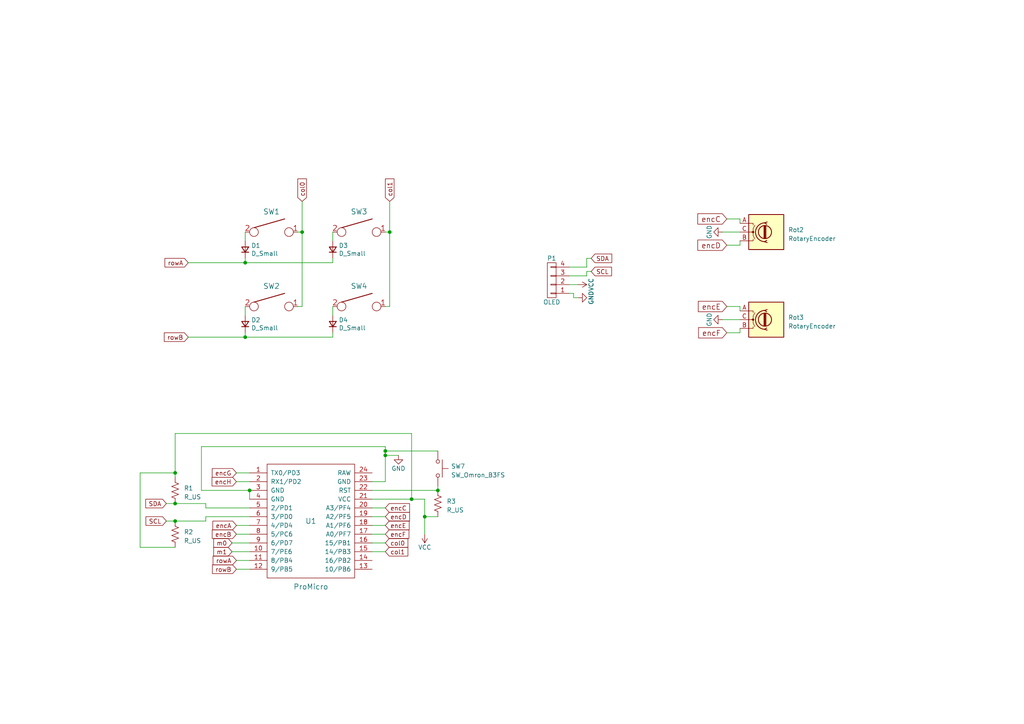
<source format=kicad_sch>
(kicad_sch (version 20230121) (generator eeschema)

  (uuid 4ca540ec-4b79-4253-a8bb-c0e3307c7b24)

  (paper "A4")

  (lib_symbols
    (symbol "Device:D_Small" (pin_numbers hide) (pin_names (offset 0.254) hide) (in_bom yes) (on_board yes)
      (property "Reference" "D" (at -1.27 2.032 0)
        (effects (font (size 1.27 1.27)) (justify left))
      )
      (property "Value" "D_Small" (at -3.81 -2.032 0)
        (effects (font (size 1.27 1.27)) (justify left))
      )
      (property "Footprint" "" (at 0 0 90)
        (effects (font (size 1.27 1.27)) hide)
      )
      (property "Datasheet" "~" (at 0 0 90)
        (effects (font (size 1.27 1.27)) hide)
      )
      (property "Sim.Device" "D" (at 0 0 0)
        (effects (font (size 1.27 1.27)) hide)
      )
      (property "Sim.Pins" "1=K 2=A" (at 0 0 0)
        (effects (font (size 1.27 1.27)) hide)
      )
      (property "ki_keywords" "diode" (at 0 0 0)
        (effects (font (size 1.27 1.27)) hide)
      )
      (property "ki_description" "Diode, small symbol" (at 0 0 0)
        (effects (font (size 1.27 1.27)) hide)
      )
      (property "ki_fp_filters" "TO-???* *_Diode_* *SingleDiode* D_*" (at 0 0 0)
        (effects (font (size 1.27 1.27)) hide)
      )
      (symbol "D_Small_0_1"
        (polyline
          (pts
            (xy -0.762 -1.016)
            (xy -0.762 1.016)
          )
          (stroke (width 0.254) (type default))
          (fill (type none))
        )
        (polyline
          (pts
            (xy -0.762 0)
            (xy 0.762 0)
          )
          (stroke (width 0) (type default))
          (fill (type none))
        )
        (polyline
          (pts
            (xy 0.762 -1.016)
            (xy -0.762 0)
            (xy 0.762 1.016)
            (xy 0.762 -1.016)
          )
          (stroke (width 0.254) (type default))
          (fill (type none))
        )
      )
      (symbol "D_Small_1_1"
        (pin passive line (at -2.54 0 0) (length 1.778)
          (name "K" (effects (font (size 1.27 1.27))))
          (number "1" (effects (font (size 1.27 1.27))))
        )
        (pin passive line (at 2.54 0 180) (length 1.778)
          (name "A" (effects (font (size 1.27 1.27))))
          (number "2" (effects (font (size 1.27 1.27))))
        )
      )
    )
    (symbol "Device:R_US" (pin_numbers hide) (pin_names (offset 0)) (in_bom yes) (on_board yes)
      (property "Reference" "R" (at 2.54 0 90)
        (effects (font (size 1.27 1.27)))
      )
      (property "Value" "R_US" (at -2.54 0 90)
        (effects (font (size 1.27 1.27)))
      )
      (property "Footprint" "" (at 1.016 -0.254 90)
        (effects (font (size 1.27 1.27)) hide)
      )
      (property "Datasheet" "~" (at 0 0 0)
        (effects (font (size 1.27 1.27)) hide)
      )
      (property "ki_keywords" "R res resistor" (at 0 0 0)
        (effects (font (size 1.27 1.27)) hide)
      )
      (property "ki_description" "Resistor, US symbol" (at 0 0 0)
        (effects (font (size 1.27 1.27)) hide)
      )
      (property "ki_fp_filters" "R_*" (at 0 0 0)
        (effects (font (size 1.27 1.27)) hide)
      )
      (symbol "R_US_0_1"
        (polyline
          (pts
            (xy 0 -2.286)
            (xy 0 -2.54)
          )
          (stroke (width 0) (type default))
          (fill (type none))
        )
        (polyline
          (pts
            (xy 0 2.286)
            (xy 0 2.54)
          )
          (stroke (width 0) (type default))
          (fill (type none))
        )
        (polyline
          (pts
            (xy 0 -0.762)
            (xy 1.016 -1.143)
            (xy 0 -1.524)
            (xy -1.016 -1.905)
            (xy 0 -2.286)
          )
          (stroke (width 0) (type default))
          (fill (type none))
        )
        (polyline
          (pts
            (xy 0 0.762)
            (xy 1.016 0.381)
            (xy 0 0)
            (xy -1.016 -0.381)
            (xy 0 -0.762)
          )
          (stroke (width 0) (type default))
          (fill (type none))
        )
        (polyline
          (pts
            (xy 0 2.286)
            (xy 1.016 1.905)
            (xy 0 1.524)
            (xy -1.016 1.143)
            (xy 0 0.762)
          )
          (stroke (width 0) (type default))
          (fill (type none))
        )
      )
      (symbol "R_US_1_1"
        (pin passive line (at 0 3.81 270) (length 1.27)
          (name "~" (effects (font (size 1.27 1.27))))
          (number "1" (effects (font (size 1.27 1.27))))
        )
        (pin passive line (at 0 -3.81 90) (length 1.27)
          (name "~" (effects (font (size 1.27 1.27))))
          (number "2" (effects (font (size 1.27 1.27))))
        )
      )
    )
    (symbol "Device:RotaryEncoder" (pin_names (offset 0.254) hide) (in_bom yes) (on_board yes)
      (property "Reference" "SW" (at 0 6.604 0)
        (effects (font (size 1.27 1.27)))
      )
      (property "Value" "RotaryEncoder" (at 0 -6.604 0)
        (effects (font (size 1.27 1.27)))
      )
      (property "Footprint" "" (at -3.81 4.064 0)
        (effects (font (size 1.27 1.27)) hide)
      )
      (property "Datasheet" "~" (at 0 6.604 0)
        (effects (font (size 1.27 1.27)) hide)
      )
      (property "ki_keywords" "rotary switch encoder" (at 0 0 0)
        (effects (font (size 1.27 1.27)) hide)
      )
      (property "ki_description" "Rotary encoder, dual channel, incremental quadrate outputs" (at 0 0 0)
        (effects (font (size 1.27 1.27)) hide)
      )
      (property "ki_fp_filters" "RotaryEncoder*" (at 0 0 0)
        (effects (font (size 1.27 1.27)) hide)
      )
      (symbol "RotaryEncoder_0_1"
        (rectangle (start -5.08 5.08) (end 5.08 -5.08)
          (stroke (width 0.254) (type default))
          (fill (type background))
        )
        (circle (center -3.81 0) (radius 0.254)
          (stroke (width 0) (type default))
          (fill (type outline))
        )
        (circle (center -0.381 0) (radius 1.905)
          (stroke (width 0.254) (type default))
          (fill (type none))
        )
        (arc (start -0.381 2.667) (mid -3.0988 -0.0635) (end -0.381 -2.794)
          (stroke (width 0.254) (type default))
          (fill (type none))
        )
        (polyline
          (pts
            (xy -0.635 -1.778)
            (xy -0.635 1.778)
          )
          (stroke (width 0.254) (type default))
          (fill (type none))
        )
        (polyline
          (pts
            (xy -0.381 -1.778)
            (xy -0.381 1.778)
          )
          (stroke (width 0.254) (type default))
          (fill (type none))
        )
        (polyline
          (pts
            (xy -0.127 1.778)
            (xy -0.127 -1.778)
          )
          (stroke (width 0.254) (type default))
          (fill (type none))
        )
        (polyline
          (pts
            (xy -5.08 -2.54)
            (xy -3.81 -2.54)
            (xy -3.81 -2.032)
          )
          (stroke (width 0) (type default))
          (fill (type none))
        )
        (polyline
          (pts
            (xy -5.08 2.54)
            (xy -3.81 2.54)
            (xy -3.81 2.032)
          )
          (stroke (width 0) (type default))
          (fill (type none))
        )
        (polyline
          (pts
            (xy 0.254 -3.048)
            (xy -0.508 -2.794)
            (xy 0.127 -2.413)
          )
          (stroke (width 0.254) (type default))
          (fill (type none))
        )
        (polyline
          (pts
            (xy 0.254 2.921)
            (xy -0.508 2.667)
            (xy 0.127 2.286)
          )
          (stroke (width 0.254) (type default))
          (fill (type none))
        )
        (polyline
          (pts
            (xy -5.08 0)
            (xy -3.81 0)
            (xy -3.81 -1.016)
            (xy -3.302 -2.032)
          )
          (stroke (width 0) (type default))
          (fill (type none))
        )
        (polyline
          (pts
            (xy -4.318 0)
            (xy -3.81 0)
            (xy -3.81 1.016)
            (xy -3.302 2.032)
          )
          (stroke (width 0) (type default))
          (fill (type none))
        )
      )
      (symbol "RotaryEncoder_1_1"
        (pin passive line (at -7.62 2.54 0) (length 2.54)
          (name "A" (effects (font (size 1.27 1.27))))
          (number "A" (effects (font (size 1.27 1.27))))
        )
        (pin passive line (at -7.62 -2.54 0) (length 2.54)
          (name "B" (effects (font (size 1.27 1.27))))
          (number "B" (effects (font (size 1.27 1.27))))
        )
        (pin passive line (at -7.62 0 0) (length 2.54)
          (name "C" (effects (font (size 1.27 1.27))))
          (number "C" (effects (font (size 1.27 1.27))))
        )
      )
    )
    (symbol "Lily58-rescue:CONN_01X04-Lily58-cache" (pin_names (offset 1.016) hide) (in_bom yes) (on_board yes)
      (property "Reference" "P" (at 0 6.35 0)
        (effects (font (size 1.27 1.27)))
      )
      (property "Value" "Lily58-cache:CONN_01X04" (at 2.54 0 90)
        (effects (font (size 1.27 1.27)))
      )
      (property "Footprint" "" (at 0 0 0)
        (effects (font (size 1.27 1.27)))
      )
      (property "Datasheet" "" (at 0 0 0)
        (effects (font (size 1.27 1.27)))
      )
      (property "ki_fp_filters" "Pin_Header_Straight_1X04 Pin_Header_Angled_1X04 Socket_Strip_Straight_1X04 Socket_Strip_Angled_1X04" (at 0 0 0)
        (effects (font (size 1.27 1.27)) hide)
      )
      (symbol "CONN_01X04-Lily58-cache_0_1"
        (rectangle (start -1.27 -3.683) (end 0.254 -3.937)
          (stroke (width 0) (type solid))
          (fill (type none))
        )
        (rectangle (start -1.27 -1.143) (end 0.254 -1.397)
          (stroke (width 0) (type solid))
          (fill (type none))
        )
        (rectangle (start -1.27 1.397) (end 0.254 1.143)
          (stroke (width 0) (type solid))
          (fill (type none))
        )
        (rectangle (start -1.27 3.937) (end 0.254 3.683)
          (stroke (width 0) (type solid))
          (fill (type none))
        )
        (rectangle (start -1.27 5.08) (end 1.27 -5.08)
          (stroke (width 0) (type solid))
          (fill (type none))
        )
      )
      (symbol "CONN_01X04-Lily58-cache_1_1"
        (pin passive line (at -5.08 3.81 0) (length 3.81)
          (name "P1" (effects (font (size 1.27 1.27))))
          (number "1" (effects (font (size 1.27 1.27))))
        )
        (pin passive line (at -5.08 1.27 0) (length 3.81)
          (name "P2" (effects (font (size 1.27 1.27))))
          (number "2" (effects (font (size 1.27 1.27))))
        )
        (pin passive line (at -5.08 -1.27 0) (length 3.81)
          (name "P3" (effects (font (size 1.27 1.27))))
          (number "3" (effects (font (size 1.27 1.27))))
        )
        (pin passive line (at -5.08 -3.81 0) (length 3.81)
          (name "P4" (effects (font (size 1.27 1.27))))
          (number "4" (effects (font (size 1.27 1.27))))
        )
      )
    )
    (symbol "Switch:SW_Omron_B3FS" (pin_numbers hide) (pin_names (offset 1.016) hide) (in_bom yes) (on_board yes)
      (property "Reference" "SW" (at 1.27 2.54 0)
        (effects (font (size 1.27 1.27)) (justify left))
      )
      (property "Value" "SW_Omron_B3FS" (at 0 -1.524 0)
        (effects (font (size 1.27 1.27)))
      )
      (property "Footprint" "" (at 0 5.08 0)
        (effects (font (size 1.27 1.27)) hide)
      )
      (property "Datasheet" "https://omronfs.omron.com/en_US/ecb/products/pdf/en-b3fs.pdf" (at 0 5.08 0)
        (effects (font (size 1.27 1.27)) hide)
      )
      (property "ki_keywords" "switch normally-open pushbutton push-button" (at 0 0 0)
        (effects (font (size 1.27 1.27)) hide)
      )
      (property "ki_description" "Omron B3FS 6x6mm single pole normally-open tactile switch" (at 0 0 0)
        (effects (font (size 1.27 1.27)) hide)
      )
      (property "ki_fp_filters" "SW*Omron*B3FS*" (at 0 0 0)
        (effects (font (size 1.27 1.27)) hide)
      )
      (symbol "SW_Omron_B3FS_0_1"
        (circle (center -2.032 0) (radius 0.508)
          (stroke (width 0) (type default))
          (fill (type none))
        )
        (polyline
          (pts
            (xy 0 1.27)
            (xy 0 3.048)
          )
          (stroke (width 0) (type default))
          (fill (type none))
        )
        (polyline
          (pts
            (xy 2.54 1.27)
            (xy -2.54 1.27)
          )
          (stroke (width 0) (type default))
          (fill (type none))
        )
        (circle (center 2.032 0) (radius 0.508)
          (stroke (width 0) (type default))
          (fill (type none))
        )
        (pin passive line (at -5.08 0 0) (length 2.54)
          (name "1" (effects (font (size 1.27 1.27))))
          (number "1" (effects (font (size 1.27 1.27))))
        )
        (pin passive line (at 5.08 0 180) (length 2.54)
          (name "2" (effects (font (size 1.27 1.27))))
          (number "2" (effects (font (size 1.27 1.27))))
        )
      )
    )
    (symbol "fourier-left-rescue:ProMicro-promicro" (pin_names (offset 1.016)) (in_bom yes) (on_board yes)
      (property "Reference" "U" (at 0 0 0)
        (effects (font (size 1.524 1.524)))
      )
      (property "Value" "ProMicro-promicro" (at 0 -19.05 0)
        (effects (font (size 1.524 1.524)))
      )
      (property "Footprint" "" (at 26.67 -63.5 90)
        (effects (font (size 1.524 1.524)) hide)
      )
      (property "Datasheet" "" (at 26.67 -63.5 90)
        (effects (font (size 1.524 1.524)) hide)
      )
      (symbol "ProMicro-promicro_0_1"
        (rectangle (start -12.7 -16.51) (end 12.7 16.51)
          (stroke (width 0) (type solid))
          (fill (type none))
        )
      )
      (symbol "ProMicro-promicro_1_1"
        (pin input line (at -17.78 13.97 0) (length 5.08)
          (name "TX0/PD3" (effects (font (size 1.27 1.27))))
          (number "1" (effects (font (size 1.27 1.27))))
        )
        (pin input line (at -17.78 -8.89 0) (length 5.08)
          (name "7/PE6" (effects (font (size 1.27 1.27))))
          (number "10" (effects (font (size 1.27 1.27))))
        )
        (pin input line (at -17.78 -11.43 0) (length 5.08)
          (name "8/PB4" (effects (font (size 1.27 1.27))))
          (number "11" (effects (font (size 1.27 1.27))))
        )
        (pin input line (at -17.78 -13.97 0) (length 5.08)
          (name "9/PB5" (effects (font (size 1.27 1.27))))
          (number "12" (effects (font (size 1.27 1.27))))
        )
        (pin input line (at 17.78 -13.97 180) (length 5.08)
          (name "10/PB6" (effects (font (size 1.27 1.27))))
          (number "13" (effects (font (size 1.27 1.27))))
        )
        (pin input line (at 17.78 -11.43 180) (length 5.08)
          (name "16/PB2" (effects (font (size 1.27 1.27))))
          (number "14" (effects (font (size 1.27 1.27))))
        )
        (pin input line (at 17.78 -8.89 180) (length 5.08)
          (name "14/PB3" (effects (font (size 1.27 1.27))))
          (number "15" (effects (font (size 1.27 1.27))))
        )
        (pin input line (at 17.78 -6.35 180) (length 5.08)
          (name "15/PB1" (effects (font (size 1.27 1.27))))
          (number "16" (effects (font (size 1.27 1.27))))
        )
        (pin input line (at 17.78 -3.81 180) (length 5.08)
          (name "A0/PF7" (effects (font (size 1.27 1.27))))
          (number "17" (effects (font (size 1.27 1.27))))
        )
        (pin input line (at 17.78 -1.27 180) (length 5.08)
          (name "A1/PF6" (effects (font (size 1.27 1.27))))
          (number "18" (effects (font (size 1.27 1.27))))
        )
        (pin input line (at 17.78 1.27 180) (length 5.08)
          (name "A2/PF5" (effects (font (size 1.27 1.27))))
          (number "19" (effects (font (size 1.27 1.27))))
        )
        (pin input line (at -17.78 11.43 0) (length 5.08)
          (name "RX1/PD2" (effects (font (size 1.27 1.27))))
          (number "2" (effects (font (size 1.27 1.27))))
        )
        (pin input line (at 17.78 3.81 180) (length 5.08)
          (name "A3/PF4" (effects (font (size 1.27 1.27))))
          (number "20" (effects (font (size 1.27 1.27))))
        )
        (pin input line (at 17.78 6.35 180) (length 5.08)
          (name "VCC" (effects (font (size 1.27 1.27))))
          (number "21" (effects (font (size 1.27 1.27))))
        )
        (pin input line (at 17.78 8.89 180) (length 5.08)
          (name "RST" (effects (font (size 1.27 1.27))))
          (number "22" (effects (font (size 1.27 1.27))))
        )
        (pin input line (at 17.78 11.43 180) (length 5.08)
          (name "GND" (effects (font (size 1.27 1.27))))
          (number "23" (effects (font (size 1.27 1.27))))
        )
        (pin input line (at 17.78 13.97 180) (length 5.08)
          (name "RAW" (effects (font (size 1.27 1.27))))
          (number "24" (effects (font (size 1.27 1.27))))
        )
        (pin input line (at -17.78 8.89 0) (length 5.08)
          (name "GND" (effects (font (size 1.27 1.27))))
          (number "3" (effects (font (size 1.27 1.27))))
        )
        (pin input line (at -17.78 6.35 0) (length 5.08)
          (name "GND" (effects (font (size 1.27 1.27))))
          (number "4" (effects (font (size 1.27 1.27))))
        )
        (pin input line (at -17.78 3.81 0) (length 5.08)
          (name "2/PD1" (effects (font (size 1.27 1.27))))
          (number "5" (effects (font (size 1.27 1.27))))
        )
        (pin input line (at -17.78 1.27 0) (length 5.08)
          (name "3/PD0" (effects (font (size 1.27 1.27))))
          (number "6" (effects (font (size 1.27 1.27))))
        )
        (pin input line (at -17.78 -1.27 0) (length 5.08)
          (name "4/PD4" (effects (font (size 1.27 1.27))))
          (number "7" (effects (font (size 1.27 1.27))))
        )
        (pin input line (at -17.78 -3.81 0) (length 5.08)
          (name "5/PC6" (effects (font (size 1.27 1.27))))
          (number "8" (effects (font (size 1.27 1.27))))
        )
        (pin input line (at -17.78 -6.35 0) (length 5.08)
          (name "6/PD7" (effects (font (size 1.27 1.27))))
          (number "9" (effects (font (size 1.27 1.27))))
        )
      )
    )
    (symbol "keyboard_parts:KEYSW" (pin_names (offset 1.016)) (in_bom yes) (on_board yes)
      (property "Reference" "K?" (at -1.27 0 0)
        (effects (font (size 1.524 1.524)))
      )
      (property "Value" "KEYSW" (at 0 -2.54 0)
        (effects (font (size 1.524 1.524)) hide)
      )
      (property "Footprint" "" (at 0 0 0)
        (effects (font (size 1.524 1.524)))
      )
      (property "Datasheet" "" (at 0 0 0)
        (effects (font (size 1.524 1.524)))
      )
      (symbol "KEYSW_0_1"
        (circle (center -5.08 0) (radius 1.27)
          (stroke (width 0) (type default))
          (fill (type none))
        )
        (polyline
          (pts
            (xy -5.08 1.27)
            (xy 3.81 3.81)
          )
          (stroke (width 0.254) (type default))
          (fill (type none))
        )
        (circle (center 5.08 0) (radius 1.27)
          (stroke (width 0) (type default))
          (fill (type none))
        )
      )
      (symbol "KEYSW_1_1"
        (pin passive line (at 7.62 0 180) (length 1.27)
          (name "~" (effects (font (size 1.524 1.524))))
          (number "1" (effects (font (size 1.524 1.524))))
        )
        (pin passive line (at -7.62 0 0) (length 1.27)
          (name "~" (effects (font (size 1.524 1.524))))
          (number "2" (effects (font (size 1.524 1.524))))
        )
      )
    )
    (symbol "power:GND" (power) (pin_names (offset 0)) (in_bom yes) (on_board yes)
      (property "Reference" "#PWR" (at 0 -6.35 0)
        (effects (font (size 1.27 1.27)) hide)
      )
      (property "Value" "GND" (at 0 -3.81 0)
        (effects (font (size 1.27 1.27)))
      )
      (property "Footprint" "" (at 0 0 0)
        (effects (font (size 1.27 1.27)) hide)
      )
      (property "Datasheet" "" (at 0 0 0)
        (effects (font (size 1.27 1.27)) hide)
      )
      (property "ki_keywords" "global power" (at 0 0 0)
        (effects (font (size 1.27 1.27)) hide)
      )
      (property "ki_description" "Power symbol creates a global label with name \"GND\" , ground" (at 0 0 0)
        (effects (font (size 1.27 1.27)) hide)
      )
      (symbol "GND_0_1"
        (polyline
          (pts
            (xy 0 0)
            (xy 0 -1.27)
            (xy 1.27 -1.27)
            (xy 0 -2.54)
            (xy -1.27 -1.27)
            (xy 0 -1.27)
          )
          (stroke (width 0) (type default))
          (fill (type none))
        )
      )
      (symbol "GND_1_1"
        (pin power_in line (at 0 0 270) (length 0) hide
          (name "GND" (effects (font (size 1.27 1.27))))
          (number "1" (effects (font (size 1.27 1.27))))
        )
      )
    )
    (symbol "power:VCC" (power) (pin_names (offset 0)) (in_bom yes) (on_board yes)
      (property "Reference" "#PWR" (at 0 -3.81 0)
        (effects (font (size 1.27 1.27)) hide)
      )
      (property "Value" "VCC" (at 0 3.81 0)
        (effects (font (size 1.27 1.27)))
      )
      (property "Footprint" "" (at 0 0 0)
        (effects (font (size 1.27 1.27)) hide)
      )
      (property "Datasheet" "" (at 0 0 0)
        (effects (font (size 1.27 1.27)) hide)
      )
      (property "ki_keywords" "global power" (at 0 0 0)
        (effects (font (size 1.27 1.27)) hide)
      )
      (property "ki_description" "Power symbol creates a global label with name \"VCC\"" (at 0 0 0)
        (effects (font (size 1.27 1.27)) hide)
      )
      (symbol "VCC_0_1"
        (polyline
          (pts
            (xy -0.762 1.27)
            (xy 0 2.54)
          )
          (stroke (width 0) (type default))
          (fill (type none))
        )
        (polyline
          (pts
            (xy 0 0)
            (xy 0 2.54)
          )
          (stroke (width 0) (type default))
          (fill (type none))
        )
        (polyline
          (pts
            (xy 0 2.54)
            (xy 0.762 1.27)
          )
          (stroke (width 0) (type default))
          (fill (type none))
        )
      )
      (symbol "VCC_1_1"
        (pin power_in line (at 0 0 90) (length 0) hide
          (name "VCC" (effects (font (size 1.27 1.27))))
          (number "1" (effects (font (size 1.27 1.27))))
        )
      )
    )
  )

  (junction (at 113.03 67.31) (diameter 0) (color 0 0 0 0)
    (uuid 0c0808a2-0a92-4419-8912-939c1674b199)
  )
  (junction (at 72.39 142.24) (diameter 0) (color 0 0 0 0)
    (uuid 2dc6f987-b34d-467b-b6e8-8968b41f277a)
  )
  (junction (at 123.19 149.86) (diameter 0) (color 0 0 0 0)
    (uuid 2eebdae9-bf8f-47e8-a498-fd64804230b9)
  )
  (junction (at 71.12 76.2) (diameter 0) (color 0 0 0 0)
    (uuid 35e1f12f-75b1-4c94-a649-dc4366131add)
  )
  (junction (at 50.8 137.16) (diameter 0) (color 0 0 0 0)
    (uuid 3bee580c-171a-49f6-a0ff-a45102220cd4)
  )
  (junction (at 71.12 97.79) (diameter 0) (color 0 0 0 0)
    (uuid 41b0fefe-9042-422b-bbab-64465b8ea6e6)
  )
  (junction (at 127 142.24) (diameter 0) (color 0 0 0 0)
    (uuid 433b7b7e-df55-4f8e-96f2-6b2c8de5e312)
  )
  (junction (at 50.8 151.13) (diameter 0) (color 0 0 0 0)
    (uuid 46595610-606e-4d86-96cb-9287df201370)
  )
  (junction (at 111.76 130.81) (diameter 0) (color 0 0 0 0)
    (uuid 92d53e8e-feb2-42f3-aed5-90e111dc9a5a)
  )
  (junction (at 119.38 144.78) (diameter 0) (color 0 0 0 0)
    (uuid bd77e465-824b-41ce-b60e-1c3a68b60874)
  )
  (junction (at 111.76 132.08) (diameter 0) (color 0 0 0 0)
    (uuid d4b11a89-42d2-4dd1-b132-d6b7c52af2bf)
  )
  (junction (at 87.63 67.31) (diameter 0) (color 0 0 0 0)
    (uuid e72c8c23-da20-4050-896a-61942a96b135)
  )
  (junction (at 50.8 146.05) (diameter 0) (color 0 0 0 0)
    (uuid f3d7edfe-3632-4193-a9a9-8771ea56b2b5)
  )

  (wire (pts (xy 59.69 147.32) (xy 59.69 146.05))
    (stroke (width 0) (type default))
    (uuid 01a3cccb-2faf-48c5-98cc-4579ea680552)
  )
  (wire (pts (xy 111.76 88.9) (xy 113.03 88.9))
    (stroke (width 0) (type default))
    (uuid 02206d0c-c7cc-45d2-9233-5e27265a0a30)
  )
  (wire (pts (xy 107.95 142.24) (xy 127 142.24))
    (stroke (width 0) (type default))
    (uuid 06c8532c-78bf-4cfa-a28f-1d6a601795e8)
  )
  (wire (pts (xy 170.18 74.93) (xy 171.45 74.93))
    (stroke (width 0) (type default))
    (uuid 0ca2f08f-6259-4d5f-b8b2-29f23076250a)
  )
  (wire (pts (xy 71.12 96.52) (xy 71.12 97.79))
    (stroke (width 0) (type default))
    (uuid 0cec4bd1-223f-480a-a0e7-a18efe66bd6c)
  )
  (wire (pts (xy 59.69 146.05) (xy 50.8 146.05))
    (stroke (width 0) (type default))
    (uuid 11184c05-e095-450a-a6f2-c3e848cf787a)
  )
  (wire (pts (xy 67.31 160.02) (xy 72.39 160.02))
    (stroke (width 0) (type default))
    (uuid 14a4abae-ea23-4636-8041-5d802e0e9eaa)
  )
  (wire (pts (xy 71.12 97.79) (xy 96.52 97.79))
    (stroke (width 0) (type default))
    (uuid 18edd8d5-4972-4773-b950-5c96f1cdec6e)
  )
  (wire (pts (xy 214.63 88.9) (xy 214.63 90.17))
    (stroke (width 0) (type default))
    (uuid 21fa8d50-3d85-42ee-a443-1acc60a6dfff)
  )
  (wire (pts (xy 127 140.97) (xy 127 142.24))
    (stroke (width 0) (type default))
    (uuid 22fd5172-7210-41c0-8ba3-c121afbf3cb5)
  )
  (wire (pts (xy 96.52 67.31) (xy 96.52 69.85))
    (stroke (width 0) (type default))
    (uuid 248fcc36-ec74-4485-8894-cd689771c2df)
  )
  (wire (pts (xy 214.63 69.85) (xy 214.63 71.12))
    (stroke (width 0) (type default))
    (uuid 2803d072-950c-44e7-87d9-ca4e1f9d8fdf)
  )
  (wire (pts (xy 67.31 157.48) (xy 72.39 157.48))
    (stroke (width 0) (type default))
    (uuid 2b21a437-b2c6-4cc5-bb4c-5ade5212862e)
  )
  (wire (pts (xy 87.63 58.42) (xy 87.63 67.31))
    (stroke (width 0) (type default))
    (uuid 2ce150e6-b2e8-437d-9ad0-2e16d2b6ae68)
  )
  (wire (pts (xy 170.18 74.93) (xy 170.18 77.47))
    (stroke (width 0) (type default))
    (uuid 2e34e4e1-bfbd-41b1-acd7-b7d013ffc06e)
  )
  (wire (pts (xy 71.12 88.9) (xy 71.12 91.44))
    (stroke (width 0) (type default))
    (uuid 39502fd1-d654-4b63-9df7-3622291cec66)
  )
  (wire (pts (xy 58.42 129.54) (xy 58.42 142.24))
    (stroke (width 0) (type default))
    (uuid 395532f3-221b-422b-9f92-aba122812fce)
  )
  (wire (pts (xy 165.1 82.55) (xy 167.64 82.55))
    (stroke (width 0) (type default))
    (uuid 395fa23a-c484-46d8-8d81-d633f6aba717)
  )
  (wire (pts (xy 209.55 67.31) (xy 214.63 67.31))
    (stroke (width 0) (type default))
    (uuid 3aaa55b7-0df7-4824-8d9e-4bab3b726cf2)
  )
  (wire (pts (xy 123.19 154.94) (xy 123.19 149.86))
    (stroke (width 0) (type default))
    (uuid 3b739f5a-e012-46f2-9851-283e33300dee)
  )
  (wire (pts (xy 48.26 151.13) (xy 50.8 151.13))
    (stroke (width 0) (type default))
    (uuid 3c975863-f714-4dbb-b3f9-c4644cc699dd)
  )
  (wire (pts (xy 107.95 139.7) (xy 111.76 139.7))
    (stroke (width 0) (type default))
    (uuid 415d0e35-f31c-45db-8046-3fc041fc83ff)
  )
  (wire (pts (xy 54.61 97.79) (xy 71.12 97.79))
    (stroke (width 0) (type default))
    (uuid 427eec64-2698-441f-935f-e8de72d54701)
  )
  (wire (pts (xy 72.39 142.24) (xy 72.39 144.78))
    (stroke (width 0) (type default))
    (uuid 440d9268-12f7-4c02-9661-dc56b2ad7718)
  )
  (wire (pts (xy 59.69 151.13) (xy 59.69 149.86))
    (stroke (width 0) (type default))
    (uuid 47fc0338-a0f7-4df8-ab88-a1675098b019)
  )
  (wire (pts (xy 96.52 96.52) (xy 96.52 97.79))
    (stroke (width 0) (type default))
    (uuid 490d3b01-1af5-476d-b8ad-64d89ce9ad77)
  )
  (wire (pts (xy 123.19 144.78) (xy 119.38 144.78))
    (stroke (width 0) (type default))
    (uuid 4e414149-20d6-46cb-9c65-82bc0b7078c0)
  )
  (wire (pts (xy 96.52 74.93) (xy 96.52 76.2))
    (stroke (width 0) (type default))
    (uuid 4fc955e3-72b0-44df-9904-794cea1c9aa1)
  )
  (wire (pts (xy 111.76 130.81) (xy 127 130.81))
    (stroke (width 0) (type default))
    (uuid 509c7eb1-940b-453d-a137-46ebd1775eda)
  )
  (wire (pts (xy 111.76 139.7) (xy 111.76 132.08))
    (stroke (width 0) (type default))
    (uuid 52a31ce7-df6a-4da4-bea0-f57b94c4763b)
  )
  (wire (pts (xy 50.8 138.43) (xy 50.8 137.16))
    (stroke (width 0) (type default))
    (uuid 52ec5f4f-780f-498e-a259-2bc26ef6b5e1)
  )
  (wire (pts (xy 209.55 92.71) (xy 214.63 92.71))
    (stroke (width 0) (type default))
    (uuid 534ba76a-e6fb-40ef-841d-57acf779cf94)
  )
  (wire (pts (xy 119.38 125.73) (xy 119.38 144.78))
    (stroke (width 0) (type default))
    (uuid 57b2c8f4-b6b7-42ab-9387-467eda201acb)
  )
  (wire (pts (xy 111.76 130.81) (xy 111.76 129.54))
    (stroke (width 0) (type default))
    (uuid 5bed3f70-dc79-47c4-a406-0f006f8ca379)
  )
  (wire (pts (xy 68.58 152.4) (xy 72.39 152.4))
    (stroke (width 0) (type default))
    (uuid 65a087c3-3554-4ab8-93cd-9bd2c919b07f)
  )
  (wire (pts (xy 166.37 86.36) (xy 167.64 86.36))
    (stroke (width 0) (type default))
    (uuid 6f8696ff-beda-4ad9-b9c4-b4a6441d1087)
  )
  (wire (pts (xy 71.12 67.31) (xy 71.12 69.85))
    (stroke (width 0) (type default))
    (uuid 7236f0c2-75a6-47c0-855a-478546e97a94)
  )
  (wire (pts (xy 68.58 137.16) (xy 72.39 137.16))
    (stroke (width 0) (type default))
    (uuid 7399932c-8ceb-4314-8f31-93bc81466acb)
  )
  (wire (pts (xy 107.95 157.48) (xy 111.76 157.48))
    (stroke (width 0) (type default))
    (uuid 75daf265-27cb-40d8-b754-91af3ae32f89)
  )
  (wire (pts (xy 58.42 142.24) (xy 72.39 142.24))
    (stroke (width 0) (type default))
    (uuid 784fae42-605b-4bd8-9fe5-d1c40196603b)
  )
  (wire (pts (xy 170.18 78.74) (xy 170.18 80.01))
    (stroke (width 0) (type default))
    (uuid 7e26b92b-51b2-43f5-a78a-48a006380108)
  )
  (wire (pts (xy 111.76 129.54) (xy 58.42 129.54))
    (stroke (width 0) (type default))
    (uuid 82790bbd-c161-4f4b-8be5-7c085c905718)
  )
  (wire (pts (xy 71.12 76.2) (xy 96.52 76.2))
    (stroke (width 0) (type default))
    (uuid 854ce746-9497-4bea-b382-2570570d81a0)
  )
  (wire (pts (xy 166.37 86.36) (xy 166.37 85.09))
    (stroke (width 0) (type default))
    (uuid 87038293-39e5-4970-bdb7-d230c0706def)
  )
  (wire (pts (xy 170.18 80.01) (xy 165.1 80.01))
    (stroke (width 0) (type default))
    (uuid 877662ec-41ee-45fd-9426-521b1b871e29)
  )
  (wire (pts (xy 59.69 147.32) (xy 72.39 147.32))
    (stroke (width 0) (type default))
    (uuid 88cea4fc-5282-4645-a466-67a51e8e7083)
  )
  (wire (pts (xy 59.69 149.86) (xy 72.39 149.86))
    (stroke (width 0) (type default))
    (uuid 8af34597-e2c0-45d3-abd8-4104949e7d10)
  )
  (wire (pts (xy 87.63 67.31) (xy 87.63 88.9))
    (stroke (width 0) (type default))
    (uuid 8eeb941f-6f70-413d-8cff-3c2744a087ce)
  )
  (wire (pts (xy 214.63 71.12) (xy 210.82 71.12))
    (stroke (width 0) (type default))
    (uuid 90f2e249-0788-447d-8bac-a533778a5fe6)
  )
  (wire (pts (xy 111.76 132.08) (xy 111.76 130.81))
    (stroke (width 0) (type default))
    (uuid 99ed7f3b-5c12-4d2e-9114-5b3fe8da6b5d)
  )
  (wire (pts (xy 214.63 96.52) (xy 210.82 96.52))
    (stroke (width 0) (type default))
    (uuid 9b6805b3-73dd-457d-afce-c52ac2021744)
  )
  (wire (pts (xy 210.82 63.5) (xy 214.63 63.5))
    (stroke (width 0) (type default))
    (uuid 9fa2c96f-3fa6-47d4-bea7-d2ec33a47901)
  )
  (wire (pts (xy 50.8 146.05) (xy 48.26 146.05))
    (stroke (width 0) (type default))
    (uuid a6796433-97c6-4c54-9a30-40fcbf11e1ce)
  )
  (wire (pts (xy 107.95 147.32) (xy 111.76 147.32))
    (stroke (width 0) (type default))
    (uuid a8a7f134-6e00-4633-977f-75f289ee1a72)
  )
  (wire (pts (xy 214.63 95.25) (xy 214.63 96.52))
    (stroke (width 0) (type default))
    (uuid aaef3c8e-d3f0-41ce-aa79-d9fa07065f20)
  )
  (wire (pts (xy 111.76 67.31) (xy 113.03 67.31))
    (stroke (width 0) (type default))
    (uuid b19af5ed-cf85-4799-9e3c-1fef7ea0685e)
  )
  (wire (pts (xy 111.76 132.08) (xy 115.57 132.08))
    (stroke (width 0) (type default))
    (uuid b550152c-0b53-4527-915e-b4bdf33de90d)
  )
  (wire (pts (xy 86.36 67.31) (xy 87.63 67.31))
    (stroke (width 0) (type default))
    (uuid bab3a942-553c-4d4b-b13c-a876edd78c5f)
  )
  (wire (pts (xy 107.95 152.4) (xy 111.76 152.4))
    (stroke (width 0) (type default))
    (uuid bf4f9d95-9c57-4714-b35d-fe967c54ec40)
  )
  (wire (pts (xy 50.8 158.75) (xy 40.64 158.75))
    (stroke (width 0) (type default))
    (uuid c13ee4c6-89ed-486e-8e2f-ba574e2ab193)
  )
  (wire (pts (xy 54.61 76.2) (xy 71.12 76.2))
    (stroke (width 0) (type default))
    (uuid c1ba545c-8349-4c5e-9c4d-1db93212f27f)
  )
  (wire (pts (xy 50.8 137.16) (xy 50.8 125.73))
    (stroke (width 0) (type default))
    (uuid c70680ba-3323-4cab-aaee-4723d55664d2)
  )
  (wire (pts (xy 210.82 88.9) (xy 214.63 88.9))
    (stroke (width 0) (type default))
    (uuid c78e5d22-4f15-4ef5-94e8-e343af57e7ae)
  )
  (wire (pts (xy 113.03 67.31) (xy 113.03 88.9))
    (stroke (width 0) (type default))
    (uuid c8d73806-9c02-453d-be65-1d248673818a)
  )
  (wire (pts (xy 166.37 85.09) (xy 165.1 85.09))
    (stroke (width 0) (type default))
    (uuid c91fb40b-707f-4fc9-bd19-fb9474a702da)
  )
  (wire (pts (xy 123.19 149.86) (xy 127 149.86))
    (stroke (width 0) (type default))
    (uuid c9f655d2-2264-481e-b25a-c75d9b3dab70)
  )
  (wire (pts (xy 113.03 58.42) (xy 113.03 67.31))
    (stroke (width 0) (type default))
    (uuid ce4fef3f-bda2-4888-ba4c-7b6a2443e16c)
  )
  (wire (pts (xy 68.58 165.1) (xy 72.39 165.1))
    (stroke (width 0) (type default))
    (uuid d2782b77-c267-44ad-ba90-62201f255b35)
  )
  (wire (pts (xy 123.19 149.86) (xy 123.19 144.78))
    (stroke (width 0) (type default))
    (uuid d2dd2ff7-5c13-4c1f-923c-14a525b5799c)
  )
  (wire (pts (xy 107.95 160.02) (xy 111.76 160.02))
    (stroke (width 0) (type default))
    (uuid d4fc213e-1d89-499d-b275-ebf7e2f12728)
  )
  (wire (pts (xy 71.12 74.93) (xy 71.12 76.2))
    (stroke (width 0) (type default))
    (uuid d9064f05-5c3c-497f-9bbb-de54e3087a5d)
  )
  (wire (pts (xy 170.18 78.74) (xy 171.45 78.74))
    (stroke (width 0) (type default))
    (uuid da09d9b4-c835-4ec3-8adf-69fc0aa71e00)
  )
  (wire (pts (xy 170.18 77.47) (xy 165.1 77.47))
    (stroke (width 0) (type default))
    (uuid dae7ec55-cfb8-411e-9b5e-c399d92a54ab)
  )
  (wire (pts (xy 111.76 154.94) (xy 107.95 154.94))
    (stroke (width 0) (type default))
    (uuid dccedbe3-46f2-4bdd-bbd1-cab391f09c7c)
  )
  (wire (pts (xy 86.36 88.9) (xy 87.63 88.9))
    (stroke (width 0) (type default))
    (uuid ddf4b448-12dc-4936-8022-74e8225ff94f)
  )
  (wire (pts (xy 214.63 63.5) (xy 214.63 64.77))
    (stroke (width 0) (type default))
    (uuid e5bc8f1e-130b-4dc5-a736-c983580e4ea3)
  )
  (wire (pts (xy 107.95 149.86) (xy 111.76 149.86))
    (stroke (width 0) (type default))
    (uuid e5e8cf5e-9fde-4c79-beed-282f5677703a)
  )
  (wire (pts (xy 50.8 151.13) (xy 59.69 151.13))
    (stroke (width 0) (type default))
    (uuid e85c22ed-f8d3-4263-9468-26e8634c98a1)
  )
  (wire (pts (xy 68.58 154.94) (xy 72.39 154.94))
    (stroke (width 0) (type default))
    (uuid e8c9a00e-2c21-4319-83e6-426de6cf9035)
  )
  (wire (pts (xy 107.95 144.78) (xy 119.38 144.78))
    (stroke (width 0) (type default))
    (uuid e94e5642-cdba-4f2f-8335-33b3223921c6)
  )
  (wire (pts (xy 68.58 162.56) (xy 72.39 162.56))
    (stroke (width 0) (type default))
    (uuid eb34dbc5-d891-4279-bcc8-cb6d5306c2ea)
  )
  (wire (pts (xy 96.52 88.9) (xy 96.52 91.44))
    (stroke (width 0) (type default))
    (uuid ef5d96dc-192a-4df5-9803-bdbc5021badf)
  )
  (wire (pts (xy 68.58 139.7) (xy 72.39 139.7))
    (stroke (width 0) (type default))
    (uuid f0ab4a69-8653-42dd-8df5-e31b4d12fb0e)
  )
  (wire (pts (xy 50.8 125.73) (xy 119.38 125.73))
    (stroke (width 0) (type default))
    (uuid f4a9a883-534a-4075-a1a7-ab6f9bfbbc2e)
  )
  (wire (pts (xy 40.64 137.16) (xy 50.8 137.16))
    (stroke (width 0) (type default))
    (uuid ffd86c9e-4225-4880-b05a-9892894bea04)
  )
  (wire (pts (xy 40.64 137.16) (xy 40.64 158.75))
    (stroke (width 0) (type default))
    (uuid ffdbdef6-51e0-407e-866c-99851ed9baad)
  )

  (global_label "rowA" (shape input) (at 68.58 162.56 180) (fields_autoplaced)
    (effects (font (size 1.27 1.27)) (justify right))
    (uuid 05fcc94a-0080-4275-9d40-b8bff81c2d4d)
    (property "Intersheetrefs" "${INTERSHEET_REFS}" (at 61.3199 162.56 0)
      (effects (font (size 1.27 1.27)) (justify right) hide)
    )
  )
  (global_label "encE" (shape input) (at 210.82 88.9 180)
    (effects (font (size 1.524 1.524)) (justify right))
    (uuid 15d05ea0-0c56-443d-bf7e-dbefd734bc12)
    (property "Intersheetrefs" "${INTERSHEET_REFS}" (at 210.82 88.9 0)
      (effects (font (size 1.27 1.27)) hide)
    )
  )
  (global_label "SDA" (shape input) (at 48.26 146.05 180) (fields_autoplaced)
    (effects (font (size 1.27 1.27)) (justify right))
    (uuid 20f62b55-10bd-4d59-bf2c-7cfc973bc368)
    (property "Intersheetrefs" "${INTERSHEET_REFS}" (at 41.7861 146.05 0)
      (effects (font (size 1.27 1.27)) (justify right) hide)
    )
  )
  (global_label "SCL" (shape input) (at 171.45 78.74 0) (fields_autoplaced)
    (effects (font (size 1.27 1.27)) (justify left))
    (uuid 304b63b5-4905-4b07-a35a-7b1df51aa3c7)
    (property "Intersheetrefs" "${INTERSHEET_REFS}" (at 177.8634 78.74 0)
      (effects (font (size 1.27 1.27)) (justify left) hide)
    )
  )
  (global_label "encE" (shape input) (at 111.76 152.4 0) (fields_autoplaced)
    (effects (font (size 1.27 1.27)) (justify left))
    (uuid 3a050ab0-9ee7-4cf8-8614-bd70a4c00aeb)
    (property "Intersheetrefs" "${INTERSHEET_REFS}" (at 119.141 152.4 0)
      (effects (font (size 1.27 1.27)) (justify left) hide)
    )
  )
  (global_label "encF" (shape input) (at 210.82 96.52 180)
    (effects (font (size 1.524 1.524)) (justify right))
    (uuid 3f82ee47-a5d6-447e-93ee-686c476cfc36)
    (property "Intersheetrefs" "${INTERSHEET_REFS}" (at 210.82 96.52 0)
      (effects (font (size 1.27 1.27)) hide)
    )
  )
  (global_label "encC" (shape input) (at 111.76 147.32 0) (fields_autoplaced)
    (effects (font (size 1.27 1.27)) (justify left))
    (uuid 45f9eec6-1267-48d7-bfc3-6585187d4a7c)
    (property "Intersheetrefs" "${INTERSHEET_REFS}" (at 119.262 147.32 0)
      (effects (font (size 1.27 1.27)) (justify left) hide)
    )
  )
  (global_label "encD" (shape input) (at 111.76 149.86 0) (fields_autoplaced)
    (effects (font (size 1.27 1.27)) (justify left))
    (uuid 516d52b4-3859-4e0f-9a07-941ed06fa1cf)
    (property "Intersheetrefs" "${INTERSHEET_REFS}" (at 119.262 149.86 0)
      (effects (font (size 1.27 1.27)) (justify left) hide)
    )
  )
  (global_label "col0" (shape input) (at 87.63 58.42 90) (fields_autoplaced)
    (effects (font (size 1.27 1.27)) (justify left))
    (uuid 59de940a-48ce-4d90-94ce-09365edc56f2)
    (property "Intersheetrefs" "${INTERSHEET_REFS}" (at 87.63 51.4019 90)
      (effects (font (size 1.27 1.27)) (justify left) hide)
    )
  )
  (global_label "col0" (shape input) (at 111.76 157.48 0) (fields_autoplaced)
    (effects (font (size 1.27 1.27)) (justify left))
    (uuid 632816dc-d0e8-4fd0-99e8-2117dbe89519)
    (property "Intersheetrefs" "${INTERSHEET_REFS}" (at 118.7781 157.48 0)
      (effects (font (size 1.27 1.27)) (justify left) hide)
    )
  )
  (global_label "encB" (shape input) (at 68.58 154.94 180) (fields_autoplaced)
    (effects (font (size 1.27 1.27)) (justify right))
    (uuid 66ee26bf-daec-4ccf-863e-33f29fff5694)
    (property "Intersheetrefs" "${INTERSHEET_REFS}" (at 61.078 154.94 0)
      (effects (font (size 1.27 1.27)) (justify right) hide)
    )
  )
  (global_label "encD" (shape input) (at 210.82 71.12 180)
    (effects (font (size 1.524 1.524)) (justify right))
    (uuid 69dbc9d0-b4b6-48c7-a98b-26743fe8fb36)
    (property "Intersheetrefs" "${INTERSHEET_REFS}" (at 210.82 71.12 0)
      (effects (font (size 1.27 1.27)) hide)
    )
  )
  (global_label "encC" (shape input) (at 210.82 63.5 180)
    (effects (font (size 1.524 1.524)) (justify right))
    (uuid 80f565ca-62c9-47dd-8743-61a48d710e84)
    (property "Intersheetrefs" "${INTERSHEET_REFS}" (at 210.82 63.5 0)
      (effects (font (size 1.27 1.27)) hide)
    )
  )
  (global_label "rowA" (shape input) (at 54.61 76.2 180) (fields_autoplaced)
    (effects (font (size 1.27 1.27)) (justify right))
    (uuid 84386e40-7c90-456b-bf08-bd1ce5b21df3)
    (property "Intersheetrefs" "${INTERSHEET_REFS}" (at 47.3499 76.2 0)
      (effects (font (size 1.27 1.27)) (justify right) hide)
    )
  )
  (global_label "m1" (shape input) (at 67.31 160.02 180) (fields_autoplaced)
    (effects (font (size 1.27 1.27)) (justify right))
    (uuid 850af995-4618-4eb0-9b91-b3b29279ebd5)
    (property "Intersheetrefs" "${INTERSHEET_REFS}" (at 61.5014 160.02 0)
      (effects (font (size 1.27 1.27)) (justify right) hide)
    )
  )
  (global_label "encA" (shape input) (at 68.58 152.4 180) (fields_autoplaced)
    (effects (font (size 1.27 1.27)) (justify right))
    (uuid 8615e2c0-5e60-4814-b135-384d3a3f11bf)
    (property "Intersheetrefs" "${INTERSHEET_REFS}" (at 61.2594 152.4 0)
      (effects (font (size 1.27 1.27)) (justify right) hide)
    )
  )
  (global_label "SDA" (shape input) (at 171.45 74.93 0) (fields_autoplaced)
    (effects (font (size 1.27 1.27)) (justify left))
    (uuid 92b03572-3dc8-4bc8-b99b-0b92393c1f12)
    (property "Intersheetrefs" "${INTERSHEET_REFS}" (at 177.9239 74.93 0)
      (effects (font (size 1.27 1.27)) (justify left) hide)
    )
  )
  (global_label "encH" (shape input) (at 68.58 139.7 180) (fields_autoplaced)
    (effects (font (size 1.27 1.27)) (justify right))
    (uuid a34082dd-566c-4c2b-bbb8-53c0157f42e0)
    (property "Intersheetrefs" "${INTERSHEET_REFS}" (at 61.0175 139.7 0)
      (effects (font (size 1.27 1.27)) (justify right) hide)
    )
  )
  (global_label "col1" (shape input) (at 113.03 58.42 90) (fields_autoplaced)
    (effects (font (size 1.27 1.27)) (justify left))
    (uuid b62204f2-36dd-445d-b772-65c23e63ccf2)
    (property "Intersheetrefs" "${INTERSHEET_REFS}" (at 113.03 51.4019 90)
      (effects (font (size 1.27 1.27)) (justify left) hide)
    )
  )
  (global_label "rowB" (shape input) (at 68.58 165.1 180) (fields_autoplaced)
    (effects (font (size 1.27 1.27)) (justify right))
    (uuid be95ce49-24d0-4c3f-9d41-94f58e367d8b)
    (property "Intersheetrefs" "${INTERSHEET_REFS}" (at 61.1385 165.1 0)
      (effects (font (size 1.27 1.27)) (justify right) hide)
    )
  )
  (global_label "encF" (shape input) (at 111.76 154.94 0) (fields_autoplaced)
    (effects (font (size 1.27 1.27)) (justify left))
    (uuid c7bc5b1f-79e4-4927-84d6-7e4b9a6bc81d)
    (property "Intersheetrefs" "${INTERSHEET_REFS}" (at 119.0806 154.94 0)
      (effects (font (size 1.27 1.27)) (justify left) hide)
    )
  )
  (global_label "SCL" (shape input) (at 48.26 151.13 180) (fields_autoplaced)
    (effects (font (size 1.27 1.27)) (justify right))
    (uuid c971586a-8ed7-43ca-b39e-a7181e94bda0)
    (property "Intersheetrefs" "${INTERSHEET_REFS}" (at 41.8466 151.13 0)
      (effects (font (size 1.27 1.27)) (justify right) hide)
    )
  )
  (global_label "rowB" (shape input) (at 54.61 97.79 180) (fields_autoplaced)
    (effects (font (size 1.27 1.27)) (justify right))
    (uuid cd4d2ad4-09ac-4a5e-9d3a-b2485e656a3c)
    (property "Intersheetrefs" "${INTERSHEET_REFS}" (at 47.1685 97.79 0)
      (effects (font (size 1.27 1.27)) (justify right) hide)
    )
  )
  (global_label "encG" (shape input) (at 68.58 137.16 180) (fields_autoplaced)
    (effects (font (size 1.27 1.27)) (justify right))
    (uuid e2ee6cd6-472f-49ca-a953-19cec6d454ad)
    (property "Intersheetrefs" "${INTERSHEET_REFS}" (at 61.078 137.16 0)
      (effects (font (size 1.27 1.27)) (justify right) hide)
    )
  )
  (global_label "col1" (shape input) (at 111.76 160.02 0) (fields_autoplaced)
    (effects (font (size 1.27 1.27)) (justify left))
    (uuid ef8984dd-df8c-477f-9610-ba46b868696c)
    (property "Intersheetrefs" "${INTERSHEET_REFS}" (at 118.7781 160.02 0)
      (effects (font (size 1.27 1.27)) (justify left) hide)
    )
  )
  (global_label "m0" (shape input) (at 67.31 157.48 180) (fields_autoplaced)
    (effects (font (size 1.27 1.27)) (justify right))
    (uuid f10c70cd-6003-4825-b6bc-9c9e91617b7a)
    (property "Intersheetrefs" "${INTERSHEET_REFS}" (at 61.5014 157.48 0)
      (effects (font (size 1.27 1.27)) (justify right) hide)
    )
  )

  (symbol (lib_id "keyboard_parts:KEYSW") (at 104.14 67.31 0) (unit 1)
    (in_bom yes) (on_board yes) (dnp no)
    (uuid 074ecca8-2c9a-4366-9c09-dc5813cb27ab)
    (property "Reference" "SW1" (at 104.14 61.3918 0)
      (effects (font (size 1.524 1.524)))
    )
    (property "Value" "KEYSW" (at 104.14 69.85 0)
      (effects (font (size 1.524 1.524)) hide)
    )
    (property "Footprint" "Button_Switch_Keyboard:SW_Cherry_MX_1.00u_PCB" (at 104.14 67.31 0)
      (effects (font (size 1.524 1.524)) hide)
    )
    (property "Datasheet" "" (at 104.14 67.31 0)
      (effects (font (size 1.524 1.524)))
    )
    (pin "1" (uuid ab8a0f62-d167-4305-afa1-a467b18cd17a))
    (pin "2" (uuid 0e5f8b2f-58bb-4edd-8a71-43cc730406ae))
    (instances
      (project "RMK-right"
        (path "/1856916d-159d-4993-883f-7acf2099832e"
          (reference "SW1") (unit 1)
        )
      )
      (project "Small"
        (path "/4ca540ec-4b79-4253-a8bb-c0e3307c7b24"
          (reference "SW3") (unit 1)
        )
      )
      (project "Arrow"
        (path "/6e95e507-f1eb-4f15-9c8c-351adc35a101"
          (reference "SW5") (unit 1)
        )
      )
    )
  )

  (symbol (lib_id "power:GND") (at 209.55 67.31 270) (unit 1)
    (in_bom yes) (on_board yes) (dnp no)
    (uuid 0b44e89f-4f89-414f-839b-d8f8b96b122d)
    (property "Reference" "#PWR010" (at 203.2 67.31 0)
      (effects (font (size 1.27 1.27)) hide)
    )
    (property "Value" "GND" (at 205.74 67.31 0)
      (effects (font (size 1.27 1.27)))
    )
    (property "Footprint" "" (at 209.55 67.31 0)
      (effects (font (size 1.27 1.27)))
    )
    (property "Datasheet" "" (at 209.55 67.31 0)
      (effects (font (size 1.27 1.27)))
    )
    (pin "1" (uuid 9ad047cd-c038-4c1e-b10a-27b65bcb3b54))
    (instances
      (project "RMK-right"
        (path "/1856916d-159d-4993-883f-7acf2099832e"
          (reference "#PWR010") (unit 1)
        )
      )
      (project "fourier-left"
        (path "/2049bd4e-db44-48d9-920d-69cb507e8272"
          (reference "#PWR03") (unit 1)
        )
      )
      (project "Small"
        (path "/4ca540ec-4b79-4253-a8bb-c0e3307c7b24"
          (reference "#PWR01") (unit 1)
        )
      )
    )
  )

  (symbol (lib_id "power:GND") (at 167.64 86.36 90) (unit 1)
    (in_bom yes) (on_board yes) (dnp no)
    (uuid 18b4a188-edfb-4dfc-a2c2-034d24d75361)
    (property "Reference" "#PWR09" (at 173.99 86.36 0)
      (effects (font (size 1.27 1.27)) hide)
    )
    (property "Value" "GND" (at 171.45 86.36 0)
      (effects (font (size 1.27 1.27)))
    )
    (property "Footprint" "" (at 167.64 86.36 0)
      (effects (font (size 1.27 1.27)))
    )
    (property "Datasheet" "" (at 167.64 86.36 0)
      (effects (font (size 1.27 1.27)))
    )
    (pin "1" (uuid 4779feb3-ba0b-41e2-b7b8-f2f5c2bb3d27))
    (instances
      (project "RMK-right"
        (path "/1856916d-159d-4993-883f-7acf2099832e"
          (reference "#PWR09") (unit 1)
        )
      )
      (project "fourier-left"
        (path "/2049bd4e-db44-48d9-920d-69cb507e8272"
          (reference "#PWR03") (unit 1)
        )
      )
      (project "Small"
        (path "/4ca540ec-4b79-4253-a8bb-c0e3307c7b24"
          (reference "#PWR03") (unit 1)
        )
      )
    )
  )

  (symbol (lib_id "Switch:SW_Omron_B3FS") (at 127 135.89 270) (unit 1)
    (in_bom yes) (on_board yes) (dnp no) (fields_autoplaced)
    (uuid 191d0eab-9a3e-4094-a9ca-d08aac21ca05)
    (property "Reference" "SW7" (at 130.81 135.255 90)
      (effects (font (size 1.27 1.27)) (justify left))
    )
    (property "Value" "SW_Omron_B3FS" (at 130.81 137.795 90)
      (effects (font (size 1.27 1.27)) (justify left))
    )
    (property "Footprint" "Library:TACT_SWITCH_TVBP06" (at 132.08 135.89 0)
      (effects (font (size 1.27 1.27)) hide)
    )
    (property "Datasheet" "https://omronfs.omron.com/en_US/ecb/products/pdf/en-b3fs.pdf" (at 132.08 135.89 0)
      (effects (font (size 1.27 1.27)) hide)
    )
    (pin "1" (uuid 500ed0f9-3e86-40c1-b62e-4e9fe1bcaac8))
    (pin "2" (uuid 30acd3a4-a4c6-4296-88a4-3fd04d840f17))
    (instances
      (project "Small"
        (path "/4ca540ec-4b79-4253-a8bb-c0e3307c7b24"
          (reference "SW7") (unit 1)
        )
      )
    )
  )

  (symbol (lib_id "Device:RotaryEncoder") (at 222.25 67.31 0) (unit 1)
    (in_bom yes) (on_board yes) (dnp no) (fields_autoplaced)
    (uuid 31af28c9-33bd-4bb1-907f-0983051faf54)
    (property "Reference" "Rot2" (at 228.6 66.675 0)
      (effects (font (size 1.27 1.27)) (justify left))
    )
    (property "Value" "RotaryEncoder" (at 228.6 69.215 0)
      (effects (font (size 1.27 1.27)) (justify left))
    )
    (property "Footprint" "Library:RotaryEncoder_EC11" (at 218.44 63.246 0)
      (effects (font (size 1.27 1.27)) hide)
    )
    (property "Datasheet" "~" (at 222.25 60.706 0)
      (effects (font (size 1.27 1.27)) hide)
    )
    (pin "A" (uuid cdde40ac-15b7-4978-ab3f-56a40521c091))
    (pin "B" (uuid d47de8d4-39aa-43af-8f99-2c10b51cae26))
    (pin "C" (uuid db8aa3b4-bc63-456c-88c6-5961474322ee))
    (instances
      (project "Small"
        (path "/4ca540ec-4b79-4253-a8bb-c0e3307c7b24"
          (reference "Rot2") (unit 1)
        )
      )
    )
  )

  (symbol (lib_id "power:VCC") (at 123.19 154.94 180) (unit 1)
    (in_bom yes) (on_board yes) (dnp no)
    (uuid 32ac4bb5-f433-401f-9d06-fe5784c652b4)
    (property "Reference" "#PWR011" (at 123.19 151.13 0)
      (effects (font (size 1.27 1.27)) hide)
    )
    (property "Value" "VCC" (at 123.19 158.75 0)
      (effects (font (size 1.27 1.27)))
    )
    (property "Footprint" "" (at 123.19 154.94 0)
      (effects (font (size 1.27 1.27)))
    )
    (property "Datasheet" "" (at 123.19 154.94 0)
      (effects (font (size 1.27 1.27)))
    )
    (pin "1" (uuid ca21ac42-b445-4f27-b531-25d87160a408))
    (instances
      (project "RMK-right"
        (path "/1856916d-159d-4993-883f-7acf2099832e"
          (reference "#PWR011") (unit 1)
        )
      )
      (project "fourier-left"
        (path "/2049bd4e-db44-48d9-920d-69cb507e8272"
          (reference "#PWR01") (unit 1)
        )
      )
      (project "Small"
        (path "/4ca540ec-4b79-4253-a8bb-c0e3307c7b24"
          (reference "#PWR07") (unit 1)
        )
      )
    )
  )

  (symbol (lib_id "Device:R_US") (at 127 146.05 180) (unit 1)
    (in_bom yes) (on_board yes) (dnp no) (fields_autoplaced)
    (uuid 36d88f6f-675f-417c-b426-a50173bd71b4)
    (property "Reference" "R3" (at 129.54 145.415 0)
      (effects (font (size 1.27 1.27)) (justify right))
    )
    (property "Value" "R_US" (at 129.54 147.955 0)
      (effects (font (size 1.27 1.27)) (justify right))
    )
    (property "Footprint" "Library:RESISTOR" (at 125.984 145.796 90)
      (effects (font (size 1.27 1.27)) hide)
    )
    (property "Datasheet" "~" (at 127 146.05 0)
      (effects (font (size 1.27 1.27)) hide)
    )
    (pin "1" (uuid d5aebc88-91b8-4106-a77b-f32d601e3217))
    (pin "2" (uuid 7f495842-9bdc-4699-9e92-76df8e6ef050))
    (instances
      (project "Small"
        (path "/4ca540ec-4b79-4253-a8bb-c0e3307c7b24"
          (reference "R3") (unit 1)
        )
      )
    )
  )

  (symbol (lib_id "Device:R_US") (at 50.8 154.94 0) (unit 1)
    (in_bom yes) (on_board yes) (dnp no) (fields_autoplaced)
    (uuid 4c4c2e16-2575-4584-aa36-79568820d379)
    (property "Reference" "R2" (at 53.34 154.305 0)
      (effects (font (size 1.27 1.27)) (justify left))
    )
    (property "Value" "R_US" (at 53.34 156.845 0)
      (effects (font (size 1.27 1.27)) (justify left))
    )
    (property "Footprint" "Library:RESISTOR" (at 51.816 155.194 90)
      (effects (font (size 1.27 1.27)) hide)
    )
    (property "Datasheet" "~" (at 50.8 154.94 0)
      (effects (font (size 1.27 1.27)) hide)
    )
    (pin "1" (uuid d07ec091-f137-4f4b-845c-db9cf940d9e6))
    (pin "2" (uuid e36de640-0bbe-45eb-a82e-b35ebfbf152c))
    (instances
      (project "Small"
        (path "/4ca540ec-4b79-4253-a8bb-c0e3307c7b24"
          (reference "R2") (unit 1)
        )
      )
    )
  )

  (symbol (lib_id "power:VCC") (at 167.64 82.55 270) (unit 1)
    (in_bom yes) (on_board yes) (dnp no)
    (uuid 51ef38c7-fd91-4721-a453-df9ef04722ad)
    (property "Reference" "#PWR011" (at 163.83 82.55 0)
      (effects (font (size 1.27 1.27)) hide)
    )
    (property "Value" "VCC" (at 171.45 82.55 0)
      (effects (font (size 1.27 1.27)))
    )
    (property "Footprint" "" (at 167.64 82.55 0)
      (effects (font (size 1.27 1.27)))
    )
    (property "Datasheet" "" (at 167.64 82.55 0)
      (effects (font (size 1.27 1.27)))
    )
    (pin "1" (uuid 3c4066c7-4186-4341-9c20-6e7e7d36f426))
    (instances
      (project "RMK-right"
        (path "/1856916d-159d-4993-883f-7acf2099832e"
          (reference "#PWR011") (unit 1)
        )
      )
      (project "fourier-left"
        (path "/2049bd4e-db44-48d9-920d-69cb507e8272"
          (reference "#PWR01") (unit 1)
        )
      )
      (project "Small"
        (path "/4ca540ec-4b79-4253-a8bb-c0e3307c7b24"
          (reference "#PWR02") (unit 1)
        )
      )
    )
  )

  (symbol (lib_id "fourier-left-rescue:ProMicro-promicro") (at 90.17 151.13 0) (unit 1)
    (in_bom yes) (on_board yes) (dnp no)
    (uuid 613784c5-0ac4-4ad8-ae75-7f954ad9dd22)
    (property "Reference" "U1" (at 90.17 151.13 0)
      (effects (font (size 1.524 1.524)))
    )
    (property "Value" "ProMicro" (at 90.17 170.18 0)
      (effects (font (size 1.524 1.524)))
    )
    (property "Footprint" "Library:ArduinoProMicro-ZigZag" (at 116.84 214.63 90)
      (effects (font (size 1.524 1.524)) hide)
    )
    (property "Datasheet" "" (at 116.84 214.63 90)
      (effects (font (size 1.524 1.524)) hide)
    )
    (pin "1" (uuid b2b5e52c-18d8-4450-a054-bae365c7171d))
    (pin "10" (uuid 51ad0b05-d38f-4fc2-8ca9-1bb17a2e660f))
    (pin "11" (uuid 7e8cd7da-b9b0-4b72-9edd-a294d7db5a4f))
    (pin "12" (uuid 976051ec-9998-4069-930a-fe67ef75830a))
    (pin "13" (uuid 5b14ccdf-003e-4deb-b874-fbc0db07e071))
    (pin "14" (uuid 371ba933-6b71-4dce-a898-a72bd889e93d))
    (pin "15" (uuid 7faa846a-3733-4b17-b1a4-b505ca041081))
    (pin "16" (uuid 4d3be308-8300-4279-957e-b82a2b1c421a))
    (pin "17" (uuid 932c3af9-bd79-4927-9a0d-b20da2528100))
    (pin "18" (uuid da3eef11-e15d-407f-a2b5-bfff5cdeae93))
    (pin "19" (uuid 7ec88de4-0eba-494d-80d0-f85f4f733ff3))
    (pin "2" (uuid ecd81446-7108-4404-aa60-5b164bb19cc3))
    (pin "20" (uuid 8910c4d9-bda5-4f7c-94c3-33d6694c76e4))
    (pin "21" (uuid 9b80e6cc-47f6-4dd3-8127-d54e68b45ae3))
    (pin "22" (uuid a1e0cbf7-bb91-4793-89d4-fc0c955dc4d0))
    (pin "23" (uuid f9d77dff-a238-46d3-b644-a6635af3fee6))
    (pin "24" (uuid d6a43258-73d8-4d37-b1e7-e6cc0113ee39))
    (pin "3" (uuid b784be58-81b2-4a9b-b228-dcb95dd2c0db))
    (pin "4" (uuid ccf79f78-5dc0-45ad-a31d-73927b10bb25))
    (pin "5" (uuid 26eca8e7-f691-4a6d-9920-952fff214385))
    (pin "6" (uuid 7360b6e4-05ec-44f6-a102-bab5587be296))
    (pin "7" (uuid 13ed3348-2931-492b-8429-3c3e631c15ac))
    (pin "8" (uuid d2652aa5-e043-4e4f-b1c4-25dc348dbbdf))
    (pin "9" (uuid e59a2bdf-b331-46ac-8fd6-5566ed21789f))
    (instances
      (project "RMK-right"
        (path "/1856916d-159d-4993-883f-7acf2099832e"
          (reference "U1") (unit 1)
        )
      )
      (project "fourier-left"
        (path "/2049bd4e-db44-48d9-920d-69cb507e8272"
          (reference "U1") (unit 1)
        )
      )
      (project "Small"
        (path "/4ca540ec-4b79-4253-a8bb-c0e3307c7b24"
          (reference "U1") (unit 1)
        )
      )
    )
  )

  (symbol (lib_id "Device:D_Small") (at 96.52 72.39 90) (unit 1)
    (in_bom yes) (on_board yes) (dnp no)
    (uuid 668d9b89-cbed-45c7-a618-bdb053f19ca7)
    (property "Reference" "D1" (at 98.2472 71.2216 90)
      (effects (font (size 1.27 1.27)) (justify right))
    )
    (property "Value" "D_Small" (at 98.2472 73.533 90)
      (effects (font (size 1.27 1.27)) (justify right))
    )
    (property "Footprint" "Library:Diode" (at 96.52 72.39 90)
      (effects (font (size 1.27 1.27)) hide)
    )
    (property "Datasheet" "~" (at 96.52 72.39 90)
      (effects (font (size 1.27 1.27)) hide)
    )
    (property "Sim.Device" "D" (at 96.52 72.39 0)
      (effects (font (size 1.27 1.27)) hide)
    )
    (property "Sim.Pins" "1=K 2=A" (at 96.52 72.39 0)
      (effects (font (size 1.27 1.27)) hide)
    )
    (pin "1" (uuid dffa973e-cefe-4473-aa03-49ca09724df4))
    (pin "2" (uuid b5e666ed-4a95-444a-b08c-4a3df60c4229))
    (instances
      (project "RMK-right"
        (path "/1856916d-159d-4993-883f-7acf2099832e"
          (reference "D1") (unit 1)
        )
      )
      (project "Small"
        (path "/4ca540ec-4b79-4253-a8bb-c0e3307c7b24"
          (reference "D3") (unit 1)
        )
      )
      (project "Arrow"
        (path "/6e95e507-f1eb-4f15-9c8c-351adc35a101"
          (reference "D6") (unit 1)
        )
      )
    )
  )

  (symbol (lib_id "Device:R_US") (at 50.8 142.24 0) (unit 1)
    (in_bom yes) (on_board yes) (dnp no) (fields_autoplaced)
    (uuid 74a37d26-dd73-4d4b-8ebb-53dde700dd74)
    (property "Reference" "R1" (at 53.34 141.605 0)
      (effects (font (size 1.27 1.27)) (justify left))
    )
    (property "Value" "R_US" (at 53.34 144.145 0)
      (effects (font (size 1.27 1.27)) (justify left))
    )
    (property "Footprint" "Library:RESISTOR" (at 51.816 142.494 90)
      (effects (font (size 1.27 1.27)) hide)
    )
    (property "Datasheet" "~" (at 50.8 142.24 0)
      (effects (font (size 1.27 1.27)) hide)
    )
    (pin "1" (uuid ddd37052-0dc5-4b13-b06a-7ae923504004))
    (pin "2" (uuid a139b9d0-1c52-4687-b552-dd399fb85d11))
    (instances
      (project "Small"
        (path "/4ca540ec-4b79-4253-a8bb-c0e3307c7b24"
          (reference "R1") (unit 1)
        )
      )
    )
  )

  (symbol (lib_id "Device:D_Small") (at 71.12 72.39 90) (unit 1)
    (in_bom yes) (on_board yes) (dnp no)
    (uuid 7ce9e0eb-4542-49a8-a217-463c14ee7ccb)
    (property "Reference" "D1" (at 72.8472 71.2216 90)
      (effects (font (size 1.27 1.27)) (justify right))
    )
    (property "Value" "D_Small" (at 72.8472 73.533 90)
      (effects (font (size 1.27 1.27)) (justify right))
    )
    (property "Footprint" "Library:Diode" (at 71.12 72.39 90)
      (effects (font (size 1.27 1.27)) hide)
    )
    (property "Datasheet" "~" (at 71.12 72.39 90)
      (effects (font (size 1.27 1.27)) hide)
    )
    (property "Sim.Device" "D" (at 71.12 72.39 0)
      (effects (font (size 1.27 1.27)) hide)
    )
    (property "Sim.Pins" "1=K 2=A" (at 71.12 72.39 0)
      (effects (font (size 1.27 1.27)) hide)
    )
    (pin "1" (uuid 0190fb52-708d-4e54-8d5c-9800a76a9380))
    (pin "2" (uuid 0e0508b6-91da-4137-a55d-ba64e1c2bf44))
    (instances
      (project "RMK-right"
        (path "/1856916d-159d-4993-883f-7acf2099832e"
          (reference "D1") (unit 1)
        )
      )
      (project "Small"
        (path "/4ca540ec-4b79-4253-a8bb-c0e3307c7b24"
          (reference "D1") (unit 1)
        )
      )
      (project "Arrow"
        (path "/6e95e507-f1eb-4f15-9c8c-351adc35a101"
          (reference "D6") (unit 1)
        )
      )
    )
  )

  (symbol (lib_id "power:GND") (at 115.57 132.08 0) (unit 1)
    (in_bom yes) (on_board yes) (dnp no)
    (uuid 8462bd6a-97c7-49ec-a7bb-1321ac988af8)
    (property "Reference" "#PWR09" (at 115.57 138.43 0)
      (effects (font (size 1.27 1.27)) hide)
    )
    (property "Value" "GND" (at 115.57 135.89 0)
      (effects (font (size 1.27 1.27)))
    )
    (property "Footprint" "" (at 115.57 132.08 0)
      (effects (font (size 1.27 1.27)))
    )
    (property "Datasheet" "" (at 115.57 132.08 0)
      (effects (font (size 1.27 1.27)))
    )
    (pin "1" (uuid 56ca51ce-262d-444d-9c17-fcb517a72c69))
    (instances
      (project "RMK-right"
        (path "/1856916d-159d-4993-883f-7acf2099832e"
          (reference "#PWR09") (unit 1)
        )
      )
      (project "fourier-left"
        (path "/2049bd4e-db44-48d9-920d-69cb507e8272"
          (reference "#PWR03") (unit 1)
        )
      )
      (project "Small"
        (path "/4ca540ec-4b79-4253-a8bb-c0e3307c7b24"
          (reference "#PWR08") (unit 1)
        )
      )
    )
  )

  (symbol (lib_id "Device:RotaryEncoder") (at 222.25 92.71 0) (unit 1)
    (in_bom yes) (on_board yes) (dnp no) (fields_autoplaced)
    (uuid 9f20bc2c-5d99-474f-a380-2bbd9b8abfde)
    (property "Reference" "Rot3" (at 228.6 92.075 0)
      (effects (font (size 1.27 1.27)) (justify left))
    )
    (property "Value" "RotaryEncoder" (at 228.6 94.615 0)
      (effects (font (size 1.27 1.27)) (justify left))
    )
    (property "Footprint" "Library:RotaryEncoder_EC11" (at 218.44 88.646 0)
      (effects (font (size 1.27 1.27)) hide)
    )
    (property "Datasheet" "~" (at 222.25 86.106 0)
      (effects (font (size 1.27 1.27)) hide)
    )
    (pin "A" (uuid e48ffdec-3a9d-44a7-85af-cde3d03f2e9a))
    (pin "B" (uuid 79e7e8dc-e7bb-413a-90ba-6746e1fa4074))
    (pin "C" (uuid 47c666a1-2643-414f-b589-c5ac2afaccd6))
    (instances
      (project "Small"
        (path "/4ca540ec-4b79-4253-a8bb-c0e3307c7b24"
          (reference "Rot3") (unit 1)
        )
      )
    )
  )

  (symbol (lib_id "Lily58-rescue:CONN_01X04-Lily58-cache") (at 160.02 81.28 180) (unit 1)
    (in_bom yes) (on_board yes) (dnp no)
    (uuid a65175b8-0415-4196-a3ca-90e07b10d872)
    (property "Reference" "P1" (at 160.02 74.93 0)
      (effects (font (size 1.27 1.27)))
    )
    (property "Value" "OLED" (at 160.02 87.63 0)
      (effects (font (size 1.27 1.27)))
    )
    (property "Footprint" "Library:PinSocket_1x04_P2.54mm_Vertical" (at 160.02 81.28 0)
      (effects (font (size 1.27 1.27)) hide)
    )
    (property "Datasheet" "" (at 160.02 81.28 0)
      (effects (font (size 1.27 1.27)))
    )
    (pin "1" (uuid c6861c10-38ef-4924-b04c-69df63e84e42))
    (pin "2" (uuid 0d50e85c-961b-4ce9-8804-202951f65250))
    (pin "3" (uuid 1afb7d56-1836-4f9f-8a66-a32b941afd2e))
    (pin "4" (uuid c1636692-20aa-4716-a0b0-ea062ccc77e2))
    (instances
      (project "RMK-right"
        (path "/1856916d-159d-4993-883f-7acf2099832e"
          (reference "P1") (unit 1)
        )
      )
      (project "Small"
        (path "/4ca540ec-4b79-4253-a8bb-c0e3307c7b24"
          (reference "P1") (unit 1)
        )
      )
      (project "Lily58"
        (path "/85d00de6-2d55-409d-8c03-ee47183d79d1"
          (reference "P4") (unit 1)
        )
      )
    )
  )

  (symbol (lib_id "power:GND") (at 209.55 92.71 270) (unit 1)
    (in_bom yes) (on_board yes) (dnp no)
    (uuid aaf47a28-19f1-46b0-b752-5bbac2b1aeac)
    (property "Reference" "#PWR010" (at 203.2 92.71 0)
      (effects (font (size 1.27 1.27)) hide)
    )
    (property "Value" "GND" (at 205.74 92.71 0)
      (effects (font (size 1.27 1.27)))
    )
    (property "Footprint" "" (at 209.55 92.71 0)
      (effects (font (size 1.27 1.27)))
    )
    (property "Datasheet" "" (at 209.55 92.71 0)
      (effects (font (size 1.27 1.27)))
    )
    (pin "1" (uuid edb2283d-57e5-4a26-95e1-39900e5ebc93))
    (instances
      (project "RMK-right"
        (path "/1856916d-159d-4993-883f-7acf2099832e"
          (reference "#PWR010") (unit 1)
        )
      )
      (project "fourier-left"
        (path "/2049bd4e-db44-48d9-920d-69cb507e8272"
          (reference "#PWR03") (unit 1)
        )
      )
      (project "Small"
        (path "/4ca540ec-4b79-4253-a8bb-c0e3307c7b24"
          (reference "#PWR04") (unit 1)
        )
      )
    )
  )

  (symbol (lib_id "Device:D_Small") (at 71.12 93.98 90) (unit 1)
    (in_bom yes) (on_board yes) (dnp no)
    (uuid bb682892-2ef8-40c9-89a4-e2196b94936f)
    (property "Reference" "D1" (at 72.8472 92.8116 90)
      (effects (font (size 1.27 1.27)) (justify right))
    )
    (property "Value" "D_Small" (at 72.8472 95.123 90)
      (effects (font (size 1.27 1.27)) (justify right))
    )
    (property "Footprint" "Library:Diode" (at 71.12 93.98 90)
      (effects (font (size 1.27 1.27)) hide)
    )
    (property "Datasheet" "~" (at 71.12 93.98 90)
      (effects (font (size 1.27 1.27)) hide)
    )
    (property "Sim.Device" "D" (at 71.12 93.98 0)
      (effects (font (size 1.27 1.27)) hide)
    )
    (property "Sim.Pins" "1=K 2=A" (at 71.12 93.98 0)
      (effects (font (size 1.27 1.27)) hide)
    )
    (pin "1" (uuid ae7f19b5-28a3-47d6-a6a2-d7a4113cbce6))
    (pin "2" (uuid 9805d912-7887-40e4-a58c-6dd01d64afbc))
    (instances
      (project "RMK-right"
        (path "/1856916d-159d-4993-883f-7acf2099832e"
          (reference "D1") (unit 1)
        )
      )
      (project "Small"
        (path "/4ca540ec-4b79-4253-a8bb-c0e3307c7b24"
          (reference "D2") (unit 1)
        )
      )
      (project "Arrow"
        (path "/6e95e507-f1eb-4f15-9c8c-351adc35a101"
          (reference "D6") (unit 1)
        )
      )
    )
  )

  (symbol (lib_id "keyboard_parts:KEYSW") (at 104.14 88.9 0) (unit 1)
    (in_bom yes) (on_board yes) (dnp no)
    (uuid c6c4f9eb-8a26-4c7f-ac66-872ef8ead83b)
    (property "Reference" "SW1" (at 104.14 82.9818 0)
      (effects (font (size 1.524 1.524)))
    )
    (property "Value" "KEYSW" (at 104.14 91.44 0)
      (effects (font (size 1.524 1.524)) hide)
    )
    (property "Footprint" "Button_Switch_Keyboard:SW_Cherry_MX_1.00u_PCB" (at 104.14 88.9 0)
      (effects (font (size 1.524 1.524)) hide)
    )
    (property "Datasheet" "" (at 104.14 88.9 0)
      (effects (font (size 1.524 1.524)))
    )
    (pin "1" (uuid e4412ad0-166f-4599-9562-a03db78e7add))
    (pin "2" (uuid f00ec0ac-9e3e-451e-a000-91d7fe346e9b))
    (instances
      (project "RMK-right"
        (path "/1856916d-159d-4993-883f-7acf2099832e"
          (reference "SW1") (unit 1)
        )
      )
      (project "Small"
        (path "/4ca540ec-4b79-4253-a8bb-c0e3307c7b24"
          (reference "SW4") (unit 1)
        )
      )
      (project "Arrow"
        (path "/6e95e507-f1eb-4f15-9c8c-351adc35a101"
          (reference "SW5") (unit 1)
        )
      )
    )
  )

  (symbol (lib_id "keyboard_parts:KEYSW") (at 78.74 67.31 0) (unit 1)
    (in_bom yes) (on_board yes) (dnp no)
    (uuid c8c8f4f7-877a-4f19-a67c-942e94ead717)
    (property "Reference" "SW1" (at 78.74 61.3918 0)
      (effects (font (size 1.524 1.524)))
    )
    (property "Value" "KEYSW" (at 78.74 69.85 0)
      (effects (font (size 1.524 1.524)) hide)
    )
    (property "Footprint" "Button_Switch_Keyboard:SW_Cherry_MX_1.00u_PCB" (at 78.74 67.31 0)
      (effects (font (size 1.524 1.524)) hide)
    )
    (property "Datasheet" "" (at 78.74 67.31 0)
      (effects (font (size 1.524 1.524)))
    )
    (pin "1" (uuid 78f5f018-01c5-461e-9a08-86a9071d27a6))
    (pin "2" (uuid 6763b837-2975-47a2-bd23-27e5fb5626ff))
    (instances
      (project "RMK-right"
        (path "/1856916d-159d-4993-883f-7acf2099832e"
          (reference "SW1") (unit 1)
        )
      )
      (project "Small"
        (path "/4ca540ec-4b79-4253-a8bb-c0e3307c7b24"
          (reference "SW1") (unit 1)
        )
      )
      (project "Arrow"
        (path "/6e95e507-f1eb-4f15-9c8c-351adc35a101"
          (reference "SW5") (unit 1)
        )
      )
    )
  )

  (symbol (lib_id "Device:D_Small") (at 96.52 93.98 90) (unit 1)
    (in_bom yes) (on_board yes) (dnp no)
    (uuid cee2338f-678a-4048-b5aa-4218522c3857)
    (property "Reference" "D1" (at 98.2472 92.8116 90)
      (effects (font (size 1.27 1.27)) (justify right))
    )
    (property "Value" "D_Small" (at 98.2472 95.123 90)
      (effects (font (size 1.27 1.27)) (justify right))
    )
    (property "Footprint" "Library:Diode" (at 96.52 93.98 90)
      (effects (font (size 1.27 1.27)) hide)
    )
    (property "Datasheet" "~" (at 96.52 93.98 90)
      (effects (font (size 1.27 1.27)) hide)
    )
    (property "Sim.Device" "D" (at 96.52 93.98 0)
      (effects (font (size 1.27 1.27)) hide)
    )
    (property "Sim.Pins" "1=K 2=A" (at 96.52 93.98 0)
      (effects (font (size 1.27 1.27)) hide)
    )
    (pin "1" (uuid f04e8ba2-f434-44b6-906c-8ee8981a8d07))
    (pin "2" (uuid d52dcdc1-cce0-4716-9d4c-5981b63564fa))
    (instances
      (project "RMK-right"
        (path "/1856916d-159d-4993-883f-7acf2099832e"
          (reference "D1") (unit 1)
        )
      )
      (project "Small"
        (path "/4ca540ec-4b79-4253-a8bb-c0e3307c7b24"
          (reference "D4") (unit 1)
        )
      )
      (project "Arrow"
        (path "/6e95e507-f1eb-4f15-9c8c-351adc35a101"
          (reference "D6") (unit 1)
        )
      )
    )
  )

  (symbol (lib_id "keyboard_parts:KEYSW") (at 78.74 88.9 0) (unit 1)
    (in_bom yes) (on_board yes) (dnp no)
    (uuid f89971e0-15bb-4d6d-ad94-37b43dce12be)
    (property "Reference" "SW1" (at 78.74 82.9818 0)
      (effects (font (size 1.524 1.524)))
    )
    (property "Value" "KEYSW" (at 78.74 91.44 0)
      (effects (font (size 1.524 1.524)) hide)
    )
    (property "Footprint" "Button_Switch_Keyboard:SW_Cherry_MX_1.00u_PCB" (at 78.74 88.9 0)
      (effects (font (size 1.524 1.524)) hide)
    )
    (property "Datasheet" "" (at 78.74 88.9 0)
      (effects (font (size 1.524 1.524)))
    )
    (pin "1" (uuid f4bc63ec-6005-4efc-a8c1-994c4a10cc38))
    (pin "2" (uuid bbd30359-2a62-4654-a8a8-02baf624c7bc))
    (instances
      (project "RMK-right"
        (path "/1856916d-159d-4993-883f-7acf2099832e"
          (reference "SW1") (unit 1)
        )
      )
      (project "Small"
        (path "/4ca540ec-4b79-4253-a8bb-c0e3307c7b24"
          (reference "SW2") (unit 1)
        )
      )
      (project "Arrow"
        (path "/6e95e507-f1eb-4f15-9c8c-351adc35a101"
          (reference "SW5") (unit 1)
        )
      )
    )
  )

  (sheet_instances
    (path "/" (page "1"))
  )
)

</source>
